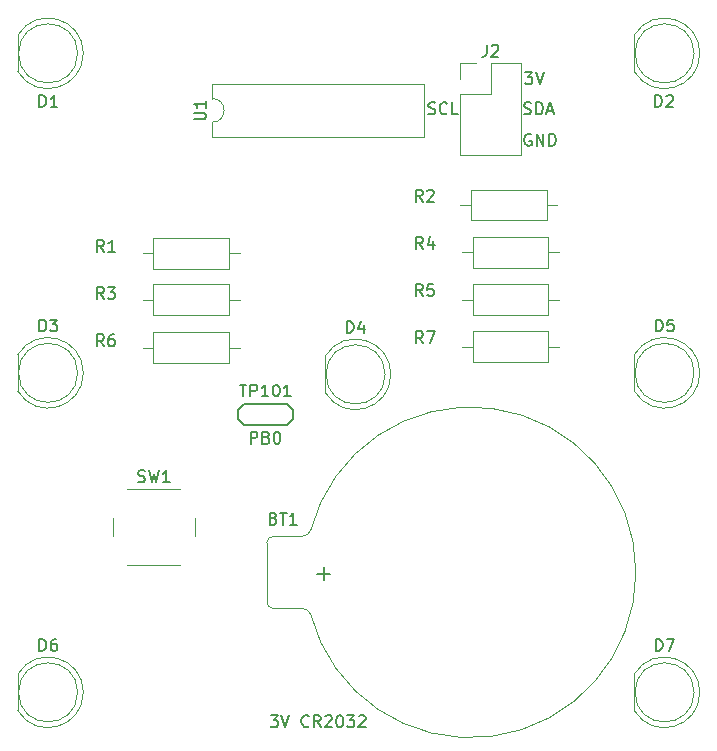
<source format=gbr>
G04 #@! TF.GenerationSoftware,KiCad,Pcbnew,(6.0.1-0)*
G04 #@! TF.CreationDate,2022-09-12T10:47:36+02:00*
G04 #@! TF.ProjectId,avrCubeRev2,61767243-7562-4655-9265-76322e6b6963,rev?*
G04 #@! TF.SameCoordinates,Original*
G04 #@! TF.FileFunction,Legend,Top*
G04 #@! TF.FilePolarity,Positive*
%FSLAX46Y46*%
G04 Gerber Fmt 4.6, Leading zero omitted, Abs format (unit mm)*
G04 Created by KiCad (PCBNEW (6.0.1-0)) date 2022-09-12 10:47:36*
%MOMM*%
%LPD*%
G01*
G04 APERTURE LIST*
%ADD10C,0.150000*%
%ADD11C,0.120000*%
G04 APERTURE END LIST*
D10*
X72011904Y-98702380D02*
X72011904Y-97702380D01*
X72392857Y-97702380D01*
X72488095Y-97750000D01*
X72535714Y-97797619D01*
X72583333Y-97892857D01*
X72583333Y-98035714D01*
X72535714Y-98130952D01*
X72488095Y-98178571D01*
X72392857Y-98226190D01*
X72011904Y-98226190D01*
X73345238Y-98178571D02*
X73488095Y-98226190D01*
X73535714Y-98273809D01*
X73583333Y-98369047D01*
X73583333Y-98511904D01*
X73535714Y-98607142D01*
X73488095Y-98654761D01*
X73392857Y-98702380D01*
X73011904Y-98702380D01*
X73011904Y-97702380D01*
X73345238Y-97702380D01*
X73440476Y-97750000D01*
X73488095Y-97797619D01*
X73535714Y-97892857D01*
X73535714Y-97988095D01*
X73488095Y-98083333D01*
X73440476Y-98130952D01*
X73345238Y-98178571D01*
X73011904Y-98178571D01*
X74202380Y-97702380D02*
X74297619Y-97702380D01*
X74392857Y-97750000D01*
X74440476Y-97797619D01*
X74488095Y-97892857D01*
X74535714Y-98083333D01*
X74535714Y-98321428D01*
X74488095Y-98511904D01*
X74440476Y-98607142D01*
X74392857Y-98654761D01*
X74297619Y-98702380D01*
X74202380Y-98702380D01*
X74107142Y-98654761D01*
X74059523Y-98607142D01*
X74011904Y-98511904D01*
X73964285Y-98321428D01*
X73964285Y-98083333D01*
X74011904Y-97892857D01*
X74059523Y-97797619D01*
X74107142Y-97750000D01*
X74202380Y-97702380D01*
X73702380Y-121702380D02*
X74321428Y-121702380D01*
X73988095Y-122083333D01*
X74130952Y-122083333D01*
X74226190Y-122130952D01*
X74273809Y-122178571D01*
X74321428Y-122273809D01*
X74321428Y-122511904D01*
X74273809Y-122607142D01*
X74226190Y-122654761D01*
X74130952Y-122702380D01*
X73845238Y-122702380D01*
X73750000Y-122654761D01*
X73702380Y-122607142D01*
X74607142Y-121702380D02*
X74940476Y-122702380D01*
X75273809Y-121702380D01*
X76940476Y-122607142D02*
X76892857Y-122654761D01*
X76750000Y-122702380D01*
X76654761Y-122702380D01*
X76511904Y-122654761D01*
X76416666Y-122559523D01*
X76369047Y-122464285D01*
X76321428Y-122273809D01*
X76321428Y-122130952D01*
X76369047Y-121940476D01*
X76416666Y-121845238D01*
X76511904Y-121750000D01*
X76654761Y-121702380D01*
X76750000Y-121702380D01*
X76892857Y-121750000D01*
X76940476Y-121797619D01*
X77940476Y-122702380D02*
X77607142Y-122226190D01*
X77369047Y-122702380D02*
X77369047Y-121702380D01*
X77750000Y-121702380D01*
X77845238Y-121750000D01*
X77892857Y-121797619D01*
X77940476Y-121892857D01*
X77940476Y-122035714D01*
X77892857Y-122130952D01*
X77845238Y-122178571D01*
X77750000Y-122226190D01*
X77369047Y-122226190D01*
X78321428Y-121797619D02*
X78369047Y-121750000D01*
X78464285Y-121702380D01*
X78702380Y-121702380D01*
X78797619Y-121750000D01*
X78845238Y-121797619D01*
X78892857Y-121892857D01*
X78892857Y-121988095D01*
X78845238Y-122130952D01*
X78273809Y-122702380D01*
X78892857Y-122702380D01*
X79511904Y-121702380D02*
X79607142Y-121702380D01*
X79702380Y-121750000D01*
X79750000Y-121797619D01*
X79797619Y-121892857D01*
X79845238Y-122083333D01*
X79845238Y-122321428D01*
X79797619Y-122511904D01*
X79750000Y-122607142D01*
X79702380Y-122654761D01*
X79607142Y-122702380D01*
X79511904Y-122702380D01*
X79416666Y-122654761D01*
X79369047Y-122607142D01*
X79321428Y-122511904D01*
X79273809Y-122321428D01*
X79273809Y-122083333D01*
X79321428Y-121892857D01*
X79369047Y-121797619D01*
X79416666Y-121750000D01*
X79511904Y-121702380D01*
X80178571Y-121702380D02*
X80797619Y-121702380D01*
X80464285Y-122083333D01*
X80607142Y-122083333D01*
X80702380Y-122130952D01*
X80750000Y-122178571D01*
X80797619Y-122273809D01*
X80797619Y-122511904D01*
X80750000Y-122607142D01*
X80702380Y-122654761D01*
X80607142Y-122702380D01*
X80321428Y-122702380D01*
X80226190Y-122654761D01*
X80178571Y-122607142D01*
X81178571Y-121797619D02*
X81226190Y-121750000D01*
X81321428Y-121702380D01*
X81559523Y-121702380D01*
X81654761Y-121750000D01*
X81702380Y-121797619D01*
X81750000Y-121892857D01*
X81750000Y-121988095D01*
X81702380Y-122130952D01*
X81130952Y-122702380D01*
X81750000Y-122702380D01*
X95758095Y-72525000D02*
X95662857Y-72477380D01*
X95520000Y-72477380D01*
X95377142Y-72525000D01*
X95281904Y-72620238D01*
X95234285Y-72715476D01*
X95186666Y-72905952D01*
X95186666Y-73048809D01*
X95234285Y-73239285D01*
X95281904Y-73334523D01*
X95377142Y-73429761D01*
X95520000Y-73477380D01*
X95615238Y-73477380D01*
X95758095Y-73429761D01*
X95805714Y-73382142D01*
X95805714Y-73048809D01*
X95615238Y-73048809D01*
X96234285Y-73477380D02*
X96234285Y-72477380D01*
X96805714Y-73477380D01*
X96805714Y-72477380D01*
X97281904Y-73477380D02*
X97281904Y-72477380D01*
X97520000Y-72477380D01*
X97662857Y-72525000D01*
X97758095Y-72620238D01*
X97805714Y-72715476D01*
X97853333Y-72905952D01*
X97853333Y-73048809D01*
X97805714Y-73239285D01*
X97758095Y-73334523D01*
X97662857Y-73429761D01*
X97520000Y-73477380D01*
X97281904Y-73477380D01*
X87074523Y-70762761D02*
X87217380Y-70810380D01*
X87455476Y-70810380D01*
X87550714Y-70762761D01*
X87598333Y-70715142D01*
X87645952Y-70619904D01*
X87645952Y-70524666D01*
X87598333Y-70429428D01*
X87550714Y-70381809D01*
X87455476Y-70334190D01*
X87265000Y-70286571D01*
X87169761Y-70238952D01*
X87122142Y-70191333D01*
X87074523Y-70096095D01*
X87074523Y-70000857D01*
X87122142Y-69905619D01*
X87169761Y-69858000D01*
X87265000Y-69810380D01*
X87503095Y-69810380D01*
X87645952Y-69858000D01*
X88645952Y-70715142D02*
X88598333Y-70762761D01*
X88455476Y-70810380D01*
X88360238Y-70810380D01*
X88217380Y-70762761D01*
X88122142Y-70667523D01*
X88074523Y-70572285D01*
X88026904Y-70381809D01*
X88026904Y-70238952D01*
X88074523Y-70048476D01*
X88122142Y-69953238D01*
X88217380Y-69858000D01*
X88360238Y-69810380D01*
X88455476Y-69810380D01*
X88598333Y-69858000D01*
X88645952Y-69905619D01*
X89550714Y-70810380D02*
X89074523Y-70810380D01*
X89074523Y-69810380D01*
X95178714Y-70762761D02*
X95321571Y-70810380D01*
X95559666Y-70810380D01*
X95654904Y-70762761D01*
X95702523Y-70715142D01*
X95750142Y-70619904D01*
X95750142Y-70524666D01*
X95702523Y-70429428D01*
X95654904Y-70381809D01*
X95559666Y-70334190D01*
X95369190Y-70286571D01*
X95273952Y-70238952D01*
X95226333Y-70191333D01*
X95178714Y-70096095D01*
X95178714Y-70000857D01*
X95226333Y-69905619D01*
X95273952Y-69858000D01*
X95369190Y-69810380D01*
X95607285Y-69810380D01*
X95750142Y-69858000D01*
X96178714Y-70810380D02*
X96178714Y-69810380D01*
X96416809Y-69810380D01*
X96559666Y-69858000D01*
X96654904Y-69953238D01*
X96702523Y-70048476D01*
X96750142Y-70238952D01*
X96750142Y-70381809D01*
X96702523Y-70572285D01*
X96654904Y-70667523D01*
X96559666Y-70762761D01*
X96416809Y-70810380D01*
X96178714Y-70810380D01*
X97131095Y-70524666D02*
X97607285Y-70524666D01*
X97035857Y-70810380D02*
X97369190Y-69810380D01*
X97702523Y-70810380D01*
X95250095Y-67270380D02*
X95869142Y-67270380D01*
X95535809Y-67651333D01*
X95678666Y-67651333D01*
X95773904Y-67698952D01*
X95821523Y-67746571D01*
X95869142Y-67841809D01*
X95869142Y-68079904D01*
X95821523Y-68175142D01*
X95773904Y-68222761D01*
X95678666Y-68270380D01*
X95392952Y-68270380D01*
X95297714Y-68222761D01*
X95250095Y-68175142D01*
X96154857Y-67270380D02*
X96488190Y-68270380D01*
X96821523Y-67270380D01*
X71085714Y-93702380D02*
X71657142Y-93702380D01*
X71371428Y-94702380D02*
X71371428Y-93702380D01*
X71990476Y-94702380D02*
X71990476Y-93702380D01*
X72371428Y-93702380D01*
X72466666Y-93750000D01*
X72514285Y-93797619D01*
X72561904Y-93892857D01*
X72561904Y-94035714D01*
X72514285Y-94130952D01*
X72466666Y-94178571D01*
X72371428Y-94226190D01*
X71990476Y-94226190D01*
X73514285Y-94702380D02*
X72942857Y-94702380D01*
X73228571Y-94702380D02*
X73228571Y-93702380D01*
X73133333Y-93845238D01*
X73038095Y-93940476D01*
X72942857Y-93988095D01*
X74133333Y-93702380D02*
X74228571Y-93702380D01*
X74323809Y-93750000D01*
X74371428Y-93797619D01*
X74419047Y-93892857D01*
X74466666Y-94083333D01*
X74466666Y-94321428D01*
X74419047Y-94511904D01*
X74371428Y-94607142D01*
X74323809Y-94654761D01*
X74228571Y-94702380D01*
X74133333Y-94702380D01*
X74038095Y-94654761D01*
X73990476Y-94607142D01*
X73942857Y-94511904D01*
X73895238Y-94321428D01*
X73895238Y-94083333D01*
X73942857Y-93892857D01*
X73990476Y-93797619D01*
X74038095Y-93750000D01*
X74133333Y-93702380D01*
X75419047Y-94702380D02*
X74847619Y-94702380D01*
X75133333Y-94702380D02*
X75133333Y-93702380D01*
X75038095Y-93845238D01*
X74942857Y-93940476D01*
X74847619Y-93988095D01*
X54125904Y-70202380D02*
X54125904Y-69202380D01*
X54364000Y-69202380D01*
X54506857Y-69250000D01*
X54602095Y-69345238D01*
X54649714Y-69440476D01*
X54697333Y-69630952D01*
X54697333Y-69773809D01*
X54649714Y-69964285D01*
X54602095Y-70059523D01*
X54506857Y-70154761D01*
X54364000Y-70202380D01*
X54125904Y-70202380D01*
X55649714Y-70202380D02*
X55078285Y-70202380D01*
X55364000Y-70202380D02*
X55364000Y-69202380D01*
X55268761Y-69345238D01*
X55173523Y-69440476D01*
X55078285Y-69488095D01*
X106261904Y-70202380D02*
X106261904Y-69202380D01*
X106500000Y-69202380D01*
X106642857Y-69250000D01*
X106738095Y-69345238D01*
X106785714Y-69440476D01*
X106833333Y-69630952D01*
X106833333Y-69773809D01*
X106785714Y-69964285D01*
X106738095Y-70059523D01*
X106642857Y-70154761D01*
X106500000Y-70202380D01*
X106261904Y-70202380D01*
X107214285Y-69297619D02*
X107261904Y-69250000D01*
X107357142Y-69202380D01*
X107595238Y-69202380D01*
X107690476Y-69250000D01*
X107738095Y-69297619D01*
X107785714Y-69392857D01*
X107785714Y-69488095D01*
X107738095Y-69630952D01*
X107166666Y-70202380D01*
X107785714Y-70202380D01*
X106322904Y-89202380D02*
X106322904Y-88202380D01*
X106561000Y-88202380D01*
X106703857Y-88250000D01*
X106799095Y-88345238D01*
X106846714Y-88440476D01*
X106894333Y-88630952D01*
X106894333Y-88773809D01*
X106846714Y-88964285D01*
X106799095Y-89059523D01*
X106703857Y-89154761D01*
X106561000Y-89202380D01*
X106322904Y-89202380D01*
X107799095Y-88202380D02*
X107322904Y-88202380D01*
X107275285Y-88678571D01*
X107322904Y-88630952D01*
X107418142Y-88583333D01*
X107656238Y-88583333D01*
X107751476Y-88630952D01*
X107799095Y-88678571D01*
X107846714Y-88773809D01*
X107846714Y-89011904D01*
X107799095Y-89107142D01*
X107751476Y-89154761D01*
X107656238Y-89202380D01*
X107418142Y-89202380D01*
X107322904Y-89154761D01*
X107275285Y-89107142D01*
X106322904Y-116253380D02*
X106322904Y-115253380D01*
X106561000Y-115253380D01*
X106703857Y-115301000D01*
X106799095Y-115396238D01*
X106846714Y-115491476D01*
X106894333Y-115681952D01*
X106894333Y-115824809D01*
X106846714Y-116015285D01*
X106799095Y-116110523D01*
X106703857Y-116205761D01*
X106561000Y-116253380D01*
X106322904Y-116253380D01*
X107227666Y-115253380D02*
X107894333Y-115253380D01*
X107465761Y-116253380D01*
X59583333Y-82452380D02*
X59250000Y-81976190D01*
X59011904Y-82452380D02*
X59011904Y-81452380D01*
X59392857Y-81452380D01*
X59488095Y-81500000D01*
X59535714Y-81547619D01*
X59583333Y-81642857D01*
X59583333Y-81785714D01*
X59535714Y-81880952D01*
X59488095Y-81928571D01*
X59392857Y-81976190D01*
X59011904Y-81976190D01*
X60535714Y-82452380D02*
X59964285Y-82452380D01*
X60250000Y-82452380D02*
X60250000Y-81452380D01*
X60154761Y-81595238D01*
X60059523Y-81690476D01*
X59964285Y-81738095D01*
X86583333Y-78202380D02*
X86250000Y-77726190D01*
X86011904Y-78202380D02*
X86011904Y-77202380D01*
X86392857Y-77202380D01*
X86488095Y-77250000D01*
X86535714Y-77297619D01*
X86583333Y-77392857D01*
X86583333Y-77535714D01*
X86535714Y-77630952D01*
X86488095Y-77678571D01*
X86392857Y-77726190D01*
X86011904Y-77726190D01*
X86964285Y-77297619D02*
X87011904Y-77250000D01*
X87107142Y-77202380D01*
X87345238Y-77202380D01*
X87440476Y-77250000D01*
X87488095Y-77297619D01*
X87535714Y-77392857D01*
X87535714Y-77488095D01*
X87488095Y-77630952D01*
X86916666Y-78202380D01*
X87535714Y-78202380D01*
X59583333Y-86452380D02*
X59250000Y-85976190D01*
X59011904Y-86452380D02*
X59011904Y-85452380D01*
X59392857Y-85452380D01*
X59488095Y-85500000D01*
X59535714Y-85547619D01*
X59583333Y-85642857D01*
X59583333Y-85785714D01*
X59535714Y-85880952D01*
X59488095Y-85928571D01*
X59392857Y-85976190D01*
X59011904Y-85976190D01*
X59916666Y-85452380D02*
X60535714Y-85452380D01*
X60202380Y-85833333D01*
X60345238Y-85833333D01*
X60440476Y-85880952D01*
X60488095Y-85928571D01*
X60535714Y-86023809D01*
X60535714Y-86261904D01*
X60488095Y-86357142D01*
X60440476Y-86404761D01*
X60345238Y-86452380D01*
X60059523Y-86452380D01*
X59964285Y-86404761D01*
X59916666Y-86357142D01*
X86583333Y-86202380D02*
X86250000Y-85726190D01*
X86011904Y-86202380D02*
X86011904Y-85202380D01*
X86392857Y-85202380D01*
X86488095Y-85250000D01*
X86535714Y-85297619D01*
X86583333Y-85392857D01*
X86583333Y-85535714D01*
X86535714Y-85630952D01*
X86488095Y-85678571D01*
X86392857Y-85726190D01*
X86011904Y-85726190D01*
X87488095Y-85202380D02*
X87011904Y-85202380D01*
X86964285Y-85678571D01*
X87011904Y-85630952D01*
X87107142Y-85583333D01*
X87345238Y-85583333D01*
X87440476Y-85630952D01*
X87488095Y-85678571D01*
X87535714Y-85773809D01*
X87535714Y-86011904D01*
X87488095Y-86107142D01*
X87440476Y-86154761D01*
X87345238Y-86202380D01*
X87107142Y-86202380D01*
X87011904Y-86154761D01*
X86964285Y-86107142D01*
X59583333Y-90452380D02*
X59250000Y-89976190D01*
X59011904Y-90452380D02*
X59011904Y-89452380D01*
X59392857Y-89452380D01*
X59488095Y-89500000D01*
X59535714Y-89547619D01*
X59583333Y-89642857D01*
X59583333Y-89785714D01*
X59535714Y-89880952D01*
X59488095Y-89928571D01*
X59392857Y-89976190D01*
X59011904Y-89976190D01*
X60440476Y-89452380D02*
X60250000Y-89452380D01*
X60154761Y-89500000D01*
X60107142Y-89547619D01*
X60011904Y-89690476D01*
X59964285Y-89880952D01*
X59964285Y-90261904D01*
X60011904Y-90357142D01*
X60059523Y-90404761D01*
X60154761Y-90452380D01*
X60345238Y-90452380D01*
X60440476Y-90404761D01*
X60488095Y-90357142D01*
X60535714Y-90261904D01*
X60535714Y-90023809D01*
X60488095Y-89928571D01*
X60440476Y-89880952D01*
X60345238Y-89833333D01*
X60154761Y-89833333D01*
X60059523Y-89880952D01*
X60011904Y-89928571D01*
X59964285Y-90023809D01*
X86614333Y-90202380D02*
X86281000Y-89726190D01*
X86042904Y-90202380D02*
X86042904Y-89202380D01*
X86423857Y-89202380D01*
X86519095Y-89250000D01*
X86566714Y-89297619D01*
X86614333Y-89392857D01*
X86614333Y-89535714D01*
X86566714Y-89630952D01*
X86519095Y-89678571D01*
X86423857Y-89726190D01*
X86042904Y-89726190D01*
X86947666Y-89202380D02*
X87614333Y-89202380D01*
X87185761Y-90202380D01*
X62495666Y-101909761D02*
X62638523Y-101957380D01*
X62876619Y-101957380D01*
X62971857Y-101909761D01*
X63019476Y-101862142D01*
X63067095Y-101766904D01*
X63067095Y-101671666D01*
X63019476Y-101576428D01*
X62971857Y-101528809D01*
X62876619Y-101481190D01*
X62686142Y-101433571D01*
X62590904Y-101385952D01*
X62543285Y-101338333D01*
X62495666Y-101243095D01*
X62495666Y-101147857D01*
X62543285Y-101052619D01*
X62590904Y-101005000D01*
X62686142Y-100957380D01*
X62924238Y-100957380D01*
X63067095Y-101005000D01*
X63400428Y-100957380D02*
X63638523Y-101957380D01*
X63829000Y-101243095D01*
X64019476Y-101957380D01*
X64257571Y-100957380D01*
X65162333Y-101957380D02*
X64590904Y-101957380D01*
X64876619Y-101957380D02*
X64876619Y-100957380D01*
X64781380Y-101100238D01*
X64686142Y-101195476D01*
X64590904Y-101243095D01*
X91995666Y-64940380D02*
X91995666Y-65654666D01*
X91948047Y-65797523D01*
X91852809Y-65892761D01*
X91709952Y-65940380D01*
X91614714Y-65940380D01*
X92424238Y-65035619D02*
X92471857Y-64988000D01*
X92567095Y-64940380D01*
X92805190Y-64940380D01*
X92900428Y-64988000D01*
X92948047Y-65035619D01*
X92995666Y-65130857D01*
X92995666Y-65226095D01*
X92948047Y-65368952D01*
X92376619Y-65940380D01*
X92995666Y-65940380D01*
X67226380Y-71246904D02*
X68035904Y-71246904D01*
X68131142Y-71199285D01*
X68178761Y-71151666D01*
X68226380Y-71056428D01*
X68226380Y-70865952D01*
X68178761Y-70770714D01*
X68131142Y-70723095D01*
X68035904Y-70675476D01*
X67226380Y-70675476D01*
X68226380Y-69675476D02*
X68226380Y-70246904D01*
X68226380Y-69961190D02*
X67226380Y-69961190D01*
X67369238Y-70056428D01*
X67464476Y-70151666D01*
X67512095Y-70246904D01*
X54125904Y-116253380D02*
X54125904Y-115253380D01*
X54364000Y-115253380D01*
X54506857Y-115301000D01*
X54602095Y-115396238D01*
X54649714Y-115491476D01*
X54697333Y-115681952D01*
X54697333Y-115824809D01*
X54649714Y-116015285D01*
X54602095Y-116110523D01*
X54506857Y-116205761D01*
X54364000Y-116253380D01*
X54125904Y-116253380D01*
X55554476Y-115253380D02*
X55364000Y-115253380D01*
X55268761Y-115301000D01*
X55221142Y-115348619D01*
X55125904Y-115491476D01*
X55078285Y-115681952D01*
X55078285Y-116062904D01*
X55125904Y-116158142D01*
X55173523Y-116205761D01*
X55268761Y-116253380D01*
X55459238Y-116253380D01*
X55554476Y-116205761D01*
X55602095Y-116158142D01*
X55649714Y-116062904D01*
X55649714Y-115824809D01*
X55602095Y-115729571D01*
X55554476Y-115681952D01*
X55459238Y-115634333D01*
X55268761Y-115634333D01*
X55173523Y-115681952D01*
X55125904Y-115729571D01*
X55078285Y-115824809D01*
X73964285Y-105029571D02*
X74107142Y-105077190D01*
X74154761Y-105124809D01*
X74202380Y-105220047D01*
X74202380Y-105362904D01*
X74154761Y-105458142D01*
X74107142Y-105505761D01*
X74011904Y-105553380D01*
X73630952Y-105553380D01*
X73630952Y-104553380D01*
X73964285Y-104553380D01*
X74059523Y-104601000D01*
X74107142Y-104648619D01*
X74154761Y-104743857D01*
X74154761Y-104839095D01*
X74107142Y-104934333D01*
X74059523Y-104981952D01*
X73964285Y-105029571D01*
X73630952Y-105029571D01*
X74488095Y-104553380D02*
X75059523Y-104553380D01*
X74773809Y-105553380D02*
X74773809Y-104553380D01*
X75916666Y-105553380D02*
X75345238Y-105553380D01*
X75630952Y-105553380D02*
X75630952Y-104553380D01*
X75535714Y-104696238D01*
X75440476Y-104791476D01*
X75345238Y-104839095D01*
X77616571Y-109708142D02*
X78759428Y-109708142D01*
X78188000Y-110279571D02*
X78188000Y-109136714D01*
X86614333Y-82202380D02*
X86281000Y-81726190D01*
X86042904Y-82202380D02*
X86042904Y-81202380D01*
X86423857Y-81202380D01*
X86519095Y-81250000D01*
X86566714Y-81297619D01*
X86614333Y-81392857D01*
X86614333Y-81535714D01*
X86566714Y-81630952D01*
X86519095Y-81678571D01*
X86423857Y-81726190D01*
X86042904Y-81726190D01*
X87471476Y-81535714D02*
X87471476Y-82202380D01*
X87233380Y-81154761D02*
X86995285Y-81869047D01*
X87614333Y-81869047D01*
X80160904Y-89329380D02*
X80160904Y-88329380D01*
X80399000Y-88329380D01*
X80541857Y-88377000D01*
X80637095Y-88472238D01*
X80684714Y-88567476D01*
X80732333Y-88757952D01*
X80732333Y-88900809D01*
X80684714Y-89091285D01*
X80637095Y-89186523D01*
X80541857Y-89281761D01*
X80399000Y-89329380D01*
X80160904Y-89329380D01*
X81589476Y-88662714D02*
X81589476Y-89329380D01*
X81351380Y-88281761D02*
X81113285Y-88996047D01*
X81732333Y-88996047D01*
X54125904Y-89202380D02*
X54125904Y-88202380D01*
X54364000Y-88202380D01*
X54506857Y-88250000D01*
X54602095Y-88345238D01*
X54649714Y-88440476D01*
X54697333Y-88630952D01*
X54697333Y-88773809D01*
X54649714Y-88964285D01*
X54602095Y-89059523D01*
X54506857Y-89154761D01*
X54364000Y-89202380D01*
X54125904Y-89202380D01*
X55030666Y-88202380D02*
X55649714Y-88202380D01*
X55316380Y-88583333D01*
X55459238Y-88583333D01*
X55554476Y-88630952D01*
X55602095Y-88678571D01*
X55649714Y-88773809D01*
X55649714Y-89011904D01*
X55602095Y-89107142D01*
X55554476Y-89154761D01*
X55459238Y-89202380D01*
X55173523Y-89202380D01*
X55078285Y-89154761D01*
X55030666Y-89107142D01*
X75070000Y-97150000D02*
X71470000Y-97150000D01*
X75570000Y-95850000D02*
X75570000Y-96650000D01*
X70970000Y-96650000D02*
X70970000Y-95850000D01*
X71470000Y-97150000D02*
X70970000Y-96650000D01*
X71470000Y-95350000D02*
X75070000Y-95350000D01*
X75070000Y-95350000D02*
X75570000Y-95850000D01*
X75570000Y-96650000D02*
X75070000Y-97150000D01*
X70970000Y-95850000D02*
X71470000Y-95350000D01*
D11*
X52304000Y-64114000D02*
X52304000Y-67204000D01*
X57854000Y-65659462D02*
G75*
G03*
X52304000Y-64114170I-2990000J462D01*
G01*
X52304000Y-67203830D02*
G75*
G03*
X57854000Y-65658538I2560000J1544830D01*
G01*
X57364000Y-65659000D02*
G75*
G03*
X57364000Y-65659000I-2500000J0D01*
G01*
X104501000Y-64114000D02*
X104501000Y-67204000D01*
X110051000Y-65659462D02*
G75*
G03*
X104501000Y-64114170I-2990000J462D01*
G01*
X104501000Y-67203830D02*
G75*
G03*
X110051000Y-65658538I2560000J1544830D01*
G01*
X109561000Y-65659000D02*
G75*
G03*
X109561000Y-65659000I-2500000J0D01*
G01*
X104501000Y-91165000D02*
X104501000Y-94255000D01*
X110051000Y-92710462D02*
G75*
G03*
X104501000Y-91165170I-2990000J462D01*
G01*
X104501000Y-94254830D02*
G75*
G03*
X110051000Y-92709538I2560000J1544830D01*
G01*
X109561000Y-92710000D02*
G75*
G03*
X109561000Y-92710000I-2500000J0D01*
G01*
X104501000Y-118216000D02*
X104501000Y-121306000D01*
X110051000Y-119761462D02*
G75*
G03*
X104501000Y-118216170I-2990000J462D01*
G01*
X104501000Y-121305830D02*
G75*
G03*
X110051000Y-119760538I2560000J1544830D01*
G01*
X109561000Y-119761000D02*
G75*
G03*
X109561000Y-119761000I-2500000J0D01*
G01*
X70190000Y-83882000D02*
X70190000Y-81262000D01*
X62880000Y-82572000D02*
X63770000Y-82572000D01*
X70190000Y-81262000D02*
X63770000Y-81262000D01*
X63770000Y-83882000D02*
X70190000Y-83882000D01*
X63770000Y-81262000D02*
X63770000Y-83882000D01*
X71080000Y-82572000D02*
X70190000Y-82572000D01*
X97978000Y-78500000D02*
X97088000Y-78500000D01*
X90668000Y-77190000D02*
X90668000Y-79810000D01*
X90668000Y-79810000D02*
X97088000Y-79810000D01*
X89778000Y-78500000D02*
X90668000Y-78500000D01*
X97088000Y-79810000D02*
X97088000Y-77190000D01*
X97088000Y-77190000D02*
X90668000Y-77190000D01*
X70190000Y-85190000D02*
X63770000Y-85190000D01*
X63770000Y-85190000D02*
X63770000Y-87810000D01*
X70190000Y-87810000D02*
X70190000Y-85190000D01*
X63770000Y-87810000D02*
X70190000Y-87810000D01*
X62880000Y-86500000D02*
X63770000Y-86500000D01*
X71080000Y-86500000D02*
X70190000Y-86500000D01*
X97230000Y-85190000D02*
X90810000Y-85190000D01*
X90810000Y-85190000D02*
X90810000Y-87810000D01*
X89920000Y-86500000D02*
X90810000Y-86500000D01*
X90810000Y-87810000D02*
X97230000Y-87810000D01*
X98120000Y-86500000D02*
X97230000Y-86500000D01*
X97230000Y-87810000D02*
X97230000Y-85190000D01*
X63770000Y-89262000D02*
X63770000Y-91882000D01*
X62880000Y-90572000D02*
X63770000Y-90572000D01*
X70190000Y-89262000D02*
X63770000Y-89262000D01*
X70190000Y-91882000D02*
X70190000Y-89262000D01*
X63770000Y-91882000D02*
X70190000Y-91882000D01*
X71080000Y-90572000D02*
X70190000Y-90572000D01*
X89920000Y-90500000D02*
X90810000Y-90500000D01*
X97230000Y-91810000D02*
X97230000Y-89190000D01*
X98120000Y-90500000D02*
X97230000Y-90500000D01*
X90810000Y-89190000D02*
X90810000Y-91810000D01*
X90810000Y-91810000D02*
X97230000Y-91810000D01*
X97230000Y-89190000D02*
X90810000Y-89190000D01*
X61579000Y-109005000D02*
X66079000Y-109005000D01*
X66079000Y-102505000D02*
X61579000Y-102505000D01*
X60329000Y-105005000D02*
X60329000Y-106505000D01*
X67329000Y-106505000D02*
X67329000Y-105005000D01*
X89729000Y-66488000D02*
X91059000Y-66488000D01*
X92329000Y-66488000D02*
X94929000Y-66488000D01*
X89729000Y-69088000D02*
X89729000Y-74228000D01*
X89729000Y-69088000D02*
X92329000Y-69088000D01*
X92329000Y-69088000D02*
X92329000Y-66488000D01*
X89729000Y-67818000D02*
X89729000Y-66488000D01*
X94929000Y-66488000D02*
X94929000Y-74228000D01*
X89729000Y-74228000D02*
X94929000Y-74228000D01*
X68774000Y-68235000D02*
X68774000Y-69485000D01*
X86674000Y-72735000D02*
X86674000Y-68235000D01*
X68774000Y-71485000D02*
X68774000Y-72735000D01*
X68774000Y-72735000D02*
X86674000Y-72735000D01*
X86674000Y-68235000D02*
X68774000Y-68235000D01*
X68774000Y-71485000D02*
G75*
G03*
X68774000Y-69485000I0J1000000D01*
G01*
X52304000Y-118216000D02*
X52304000Y-121306000D01*
X52304000Y-121305830D02*
G75*
G03*
X57854000Y-119760538I2560000J1544830D01*
G01*
X57854000Y-119761462D02*
G75*
G03*
X52304000Y-118216170I-2990000J462D01*
G01*
X57364000Y-119761000D02*
G75*
G03*
X57364000Y-119761000I-2500000J0D01*
G01*
X73938000Y-112651000D02*
X76388000Y-112651000D01*
X76388000Y-106551000D02*
X73938000Y-106551000D01*
X73388000Y-107101000D02*
X73388000Y-112101000D01*
X73938000Y-106551000D02*
G75*
G03*
X73388000Y-107101000I-1J-549999D01*
G01*
X77088000Y-113121000D02*
G75*
G03*
X104637738Y-109585769I13550000J3520000D01*
G01*
X76388000Y-106551000D02*
G75*
G03*
X77092769Y-106057515I0J750000D01*
G01*
X104637738Y-109616231D02*
G75*
G03*
X77088000Y-106081000I-13999738J15231D01*
G01*
X73388000Y-112101000D02*
G75*
G03*
X73938000Y-112651000I549999J-1D01*
G01*
X77092769Y-113144485D02*
G75*
G03*
X76388000Y-112651000I-704769J-256515D01*
G01*
X90810000Y-83810000D02*
X97230000Y-83810000D01*
X97230000Y-81190000D02*
X90810000Y-81190000D01*
X98120000Y-82500000D02*
X97230000Y-82500000D01*
X90810000Y-81190000D02*
X90810000Y-83810000D01*
X97230000Y-83810000D02*
X97230000Y-81190000D01*
X89920000Y-82500000D02*
X90810000Y-82500000D01*
X78339000Y-91292000D02*
X78339000Y-94382000D01*
X78339000Y-94381830D02*
G75*
G03*
X83889000Y-92836538I2560000J1544830D01*
G01*
X83889000Y-92837462D02*
G75*
G03*
X78339000Y-91292170I-2990000J462D01*
G01*
X83399000Y-92837000D02*
G75*
G03*
X83399000Y-92837000I-2500000J0D01*
G01*
X52304000Y-91165000D02*
X52304000Y-94255000D01*
X57854000Y-92710462D02*
G75*
G03*
X52304000Y-91165170I-2990000J462D01*
G01*
X52304000Y-94254830D02*
G75*
G03*
X57854000Y-92709538I2560000J1544830D01*
G01*
X57364000Y-92710000D02*
G75*
G03*
X57364000Y-92710000I-2500000J0D01*
G01*
M02*

</source>
